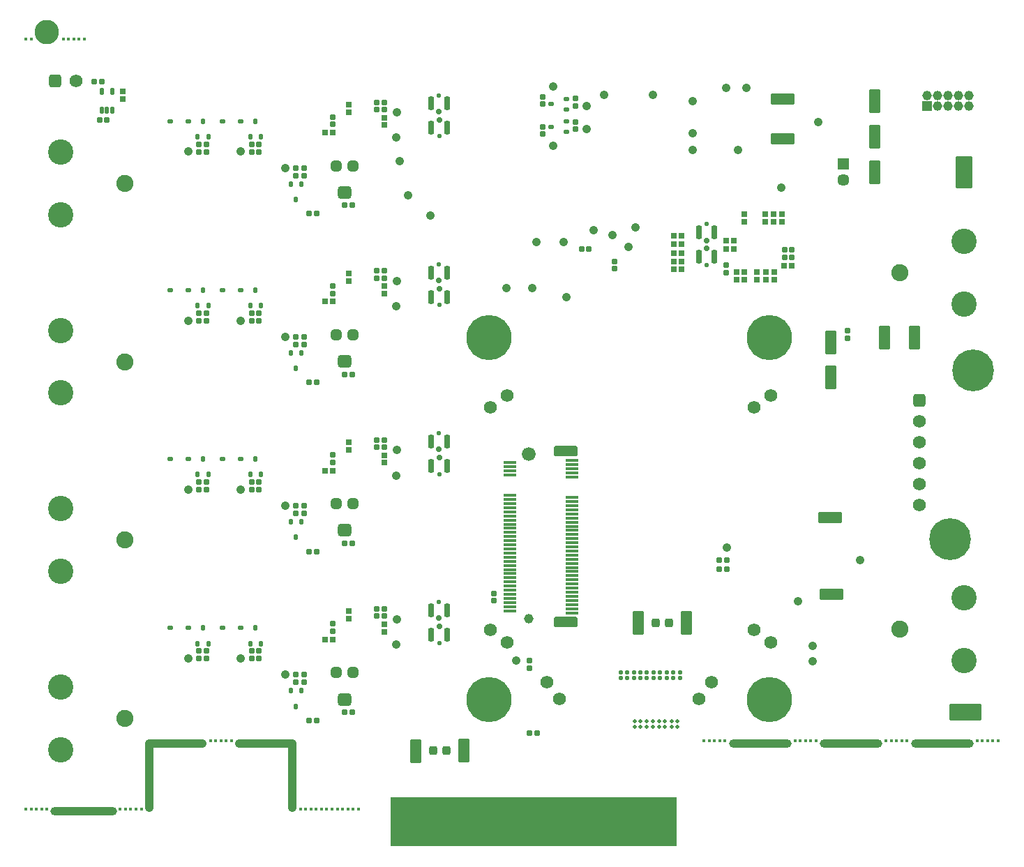
<source format=gbs>
G04*
G04 #@! TF.GenerationSoftware,Altium Limited,Altium Designer,23.0.1 (38)*
G04*
G04 Layer_Color=16711935*
%FSAX25Y25*%
%MOIN*%
G70*
G04*
G04 #@! TF.SameCoordinates,6E8D14A1-A76B-48EF-8A5D-7AFE63AE9358*
G04*
G04*
G04 #@! TF.FilePolarity,Negative*
G04*
G01*
G75*
%ADD73R,1.37008X0.23524*%
G04:AMPARAMS|DCode=77|XSize=26.62mil|YSize=26.62mil|CornerRadius=7.41mil|HoleSize=0mil|Usage=FLASHONLY|Rotation=180.000|XOffset=0mil|YOffset=0mil|HoleType=Round|Shape=RoundedRectangle|*
%AMROUNDEDRECTD77*
21,1,0.02662,0.01181,0,0,180.0*
21,1,0.01181,0.02662,0,0,180.0*
1,1,0.01481,-0.00591,0.00591*
1,1,0.01481,0.00591,0.00591*
1,1,0.01481,0.00591,-0.00591*
1,1,0.01481,-0.00591,-0.00591*
%
%ADD77ROUNDEDRECTD77*%
G04:AMPARAMS|DCode=78|XSize=26.62mil|YSize=26.62mil|CornerRadius=7.41mil|HoleSize=0mil|Usage=FLASHONLY|Rotation=270.000|XOffset=0mil|YOffset=0mil|HoleType=Round|Shape=RoundedRectangle|*
%AMROUNDEDRECTD78*
21,1,0.02662,0.01181,0,0,270.0*
21,1,0.01181,0.02662,0,0,270.0*
1,1,0.01481,-0.00591,-0.00591*
1,1,0.01481,-0.00591,0.00591*
1,1,0.01481,0.00591,0.00591*
1,1,0.01481,0.00591,-0.00591*
%
%ADD78ROUNDEDRECTD78*%
G04:AMPARAMS|DCode=79|XSize=28.2mil|YSize=28.2mil|CornerRadius=7.8mil|HoleSize=0mil|Usage=FLASHONLY|Rotation=270.000|XOffset=0mil|YOffset=0mil|HoleType=Round|Shape=RoundedRectangle|*
%AMROUNDEDRECTD79*
21,1,0.02820,0.01260,0,0,270.0*
21,1,0.01260,0.02820,0,0,270.0*
1,1,0.01560,-0.00630,-0.00630*
1,1,0.01560,-0.00630,0.00630*
1,1,0.01560,0.00630,0.00630*
1,1,0.01560,0.00630,-0.00630*
%
%ADD79ROUNDEDRECTD79*%
G04:AMPARAMS|DCode=84|XSize=42.37mil|YSize=38.43mil|CornerRadius=10.36mil|HoleSize=0mil|Usage=FLASHONLY|Rotation=90.000|XOffset=0mil|YOffset=0mil|HoleType=Round|Shape=RoundedRectangle|*
%AMROUNDEDRECTD84*
21,1,0.04237,0.01772,0,0,90.0*
21,1,0.02165,0.03843,0,0,90.0*
1,1,0.02072,0.00886,0.01083*
1,1,0.02072,0.00886,-0.01083*
1,1,0.02072,-0.00886,-0.01083*
1,1,0.02072,-0.00886,0.01083*
%
%ADD84ROUNDEDRECTD84*%
G04:AMPARAMS|DCode=86|XSize=28.2mil|YSize=28.2mil|CornerRadius=7.8mil|HoleSize=0mil|Usage=FLASHONLY|Rotation=180.000|XOffset=0mil|YOffset=0mil|HoleType=Round|Shape=RoundedRectangle|*
%AMROUNDEDRECTD86*
21,1,0.02820,0.01260,0,0,180.0*
21,1,0.01260,0.02820,0,0,180.0*
1,1,0.01560,-0.00630,0.00630*
1,1,0.01560,0.00630,0.00630*
1,1,0.01560,0.00630,-0.00630*
1,1,0.01560,-0.00630,-0.00630*
%
%ADD86ROUNDEDRECTD86*%
G04:AMPARAMS|DCode=120|XSize=16.78mil|YSize=18.75mil|CornerRadius=4.95mil|HoleSize=0mil|Usage=FLASHONLY|Rotation=0.000|XOffset=0mil|YOffset=0mil|HoleType=Round|Shape=RoundedRectangle|*
%AMROUNDEDRECTD120*
21,1,0.01678,0.00886,0,0,0.0*
21,1,0.00689,0.01875,0,0,0.0*
1,1,0.00989,0.00345,-0.00443*
1,1,0.00989,-0.00345,-0.00443*
1,1,0.00989,-0.00345,0.00443*
1,1,0.00989,0.00345,0.00443*
%
%ADD120ROUNDEDRECTD120*%
%ADD121R,0.03056X0.16835*%
%ADD122R,0.03056X0.12898*%
G04:AMPARAMS|DCode=127|XSize=19.54mil|YSize=21.11mil|CornerRadius=5.63mil|HoleSize=0mil|Usage=FLASHONLY|Rotation=0.000|XOffset=0mil|YOffset=0mil|HoleType=Round|Shape=RoundedRectangle|*
%AMROUNDEDRECTD127*
21,1,0.01954,0.00984,0,0,0.0*
21,1,0.00827,0.02111,0,0,0.0*
1,1,0.01127,0.00413,-0.00492*
1,1,0.01127,-0.00413,-0.00492*
1,1,0.01127,-0.00413,0.00492*
1,1,0.01127,0.00413,0.00492*
%
%ADD127ROUNDEDRECTD127*%
%ADD128C,0.01496*%
%ADD129O,0.29828X0.04237*%
%ADD130O,0.29434X0.04237*%
%ADD131O,0.04237X0.34749*%
%ADD132R,0.05686X0.05686*%
%ADD133C,0.05686*%
%ADD134C,0.04591*%
%ADD135R,0.04591X0.04591*%
%ADD136C,0.08174*%
G04:AMPARAMS|DCode=137|XSize=62.06mil|YSize=62.06mil|CornerRadius=16.26mil|HoleSize=0mil|Usage=FLASHONLY|Rotation=270.000|XOffset=0mil|YOffset=0mil|HoleType=Round|Shape=RoundedRectangle|*
%AMROUNDEDRECTD137*
21,1,0.06206,0.02953,0,0,270.0*
21,1,0.02953,0.06206,0,0,270.0*
1,1,0.03253,-0.01476,-0.01476*
1,1,0.03253,-0.01476,0.01476*
1,1,0.03253,0.01476,0.01476*
1,1,0.03253,0.01476,-0.01476*
%
%ADD137ROUNDEDRECTD137*%
%ADD138C,0.06206*%
%ADD139C,0.21560*%
%ADD140C,0.04600*%
%ADD141C,0.06600*%
%ADD142C,0.12111*%
G04:AMPARAMS|DCode=143|XSize=62.06mil|YSize=62.06mil|CornerRadius=16.26mil|HoleSize=0mil|Usage=FLASHONLY|Rotation=0.000|XOffset=0mil|YOffset=0mil|HoleType=Round|Shape=RoundedRectangle|*
%AMROUNDEDRECTD143*
21,1,0.06206,0.02953,0,0,0.0*
21,1,0.02953,0.06206,0,0,0.0*
1,1,0.03253,0.01476,-0.01476*
1,1,0.03253,-0.01476,-0.01476*
1,1,0.03253,-0.01476,0.01476*
1,1,0.03253,0.01476,0.01476*
%
%ADD143ROUNDEDRECTD143*%
%ADD144O,0.31796X0.04237*%
%ADD145C,0.19985*%
%ADD146C,0.11639*%
G04:AMPARAMS|DCode=200|XSize=12mil|YSize=61mil|CornerRadius=3mil|HoleSize=0mil|Usage=FLASHONLY|Rotation=90.000|XOffset=0mil|YOffset=0mil|HoleType=Round|Shape=RoundedRectangle|*
%AMROUNDEDRECTD200*
21,1,0.01200,0.05500,0,0,90.0*
21,1,0.00600,0.06100,0,0,90.0*
1,1,0.00600,0.02750,0.00300*
1,1,0.00600,0.02750,-0.00300*
1,1,0.00600,-0.02750,-0.00300*
1,1,0.00600,-0.02750,0.00300*
%
%ADD200ROUNDEDRECTD200*%
%ADD202C,0.04237*%
G04:AMPARAMS|DCode=203|XSize=21.5mil|YSize=26.62mil|CornerRadius=6.13mil|HoleSize=0mil|Usage=FLASHONLY|Rotation=270.000|XOffset=0mil|YOffset=0mil|HoleType=Round|Shape=RoundedRectangle|*
%AMROUNDEDRECTD203*
21,1,0.02150,0.01437,0,0,270.0*
21,1,0.00925,0.02662,0,0,270.0*
1,1,0.01225,-0.00719,-0.00463*
1,1,0.01225,-0.00719,0.00463*
1,1,0.01225,0.00719,0.00463*
1,1,0.01225,0.00719,-0.00463*
%
%ADD203ROUNDEDRECTD203*%
G04:AMPARAMS|DCode=204|XSize=28.59mil|YSize=22.69mil|CornerRadius=6.42mil|HoleSize=0mil|Usage=FLASHONLY|Rotation=0.000|XOffset=0mil|YOffset=0mil|HoleType=Round|Shape=RoundedRectangle|*
%AMROUNDEDRECTD204*
21,1,0.02859,0.00984,0,0,0.0*
21,1,0.01575,0.02269,0,0,0.0*
1,1,0.01284,0.00787,-0.00492*
1,1,0.01284,-0.00787,-0.00492*
1,1,0.01284,-0.00787,0.00492*
1,1,0.01284,0.00787,0.00492*
%
%ADD204ROUNDEDRECTD204*%
G04:AMPARAMS|DCode=205|XSize=21.5mil|YSize=26.62mil|CornerRadius=6.13mil|HoleSize=0mil|Usage=FLASHONLY|Rotation=180.000|XOffset=0mil|YOffset=0mil|HoleType=Round|Shape=RoundedRectangle|*
%AMROUNDEDRECTD205*
21,1,0.02150,0.01437,0,0,180.0*
21,1,0.00925,0.02662,0,0,180.0*
1,1,0.01225,-0.00463,0.00719*
1,1,0.01225,0.00463,0.00719*
1,1,0.01225,0.00463,-0.00719*
1,1,0.01225,-0.00463,-0.00719*
%
%ADD205ROUNDEDRECTD205*%
G04:AMPARAMS|DCode=206|XSize=50.24mil|YSize=50.24mil|CornerRadius=13.31mil|HoleSize=0mil|Usage=FLASHONLY|Rotation=0.000|XOffset=0mil|YOffset=0mil|HoleType=Round|Shape=RoundedRectangle|*
%AMROUNDEDRECTD206*
21,1,0.05024,0.02362,0,0,0.0*
21,1,0.02362,0.05024,0,0,0.0*
1,1,0.02662,0.01181,-0.01181*
1,1,0.02662,-0.01181,-0.01181*
1,1,0.02662,-0.01181,0.01181*
1,1,0.02662,0.01181,0.01181*
%
%ADD206ROUNDEDRECTD206*%
G04:AMPARAMS|DCode=207|XSize=65.99mil|YSize=62.06mil|CornerRadius=16.26mil|HoleSize=0mil|Usage=FLASHONLY|Rotation=0.000|XOffset=0mil|YOffset=0mil|HoleType=Round|Shape=RoundedRectangle|*
%AMROUNDEDRECTD207*
21,1,0.06599,0.02953,0,0,0.0*
21,1,0.03347,0.06206,0,0,0.0*
1,1,0.03253,0.01673,-0.01476*
1,1,0.03253,-0.01673,-0.01476*
1,1,0.03253,-0.01673,0.01476*
1,1,0.03253,0.01673,0.01476*
%
%ADD207ROUNDEDRECTD207*%
G04:AMPARAMS|DCode=208|XSize=22.69mil|YSize=22.69mil|CornerRadius=6.42mil|HoleSize=0mil|Usage=FLASHONLY|Rotation=180.000|XOffset=0mil|YOffset=0mil|HoleType=Round|Shape=RoundedRectangle|*
%AMROUNDEDRECTD208*
21,1,0.02269,0.00984,0,0,180.0*
21,1,0.00984,0.02269,0,0,180.0*
1,1,0.01284,-0.00492,0.00492*
1,1,0.01284,0.00492,0.00492*
1,1,0.01284,0.00492,-0.00492*
1,1,0.01284,-0.00492,-0.00492*
%
%ADD208ROUNDEDRECTD208*%
G04:AMPARAMS|DCode=209|XSize=26.62mil|YSize=24.65mil|CornerRadius=6.91mil|HoleSize=0mil|Usage=FLASHONLY|Rotation=180.000|XOffset=0mil|YOffset=0mil|HoleType=Round|Shape=RoundedRectangle|*
%AMROUNDEDRECTD209*
21,1,0.02662,0.01083,0,0,180.0*
21,1,0.01280,0.02465,0,0,180.0*
1,1,0.01383,-0.00640,0.00541*
1,1,0.01383,0.00640,0.00541*
1,1,0.01383,0.00640,-0.00541*
1,1,0.01383,-0.00640,-0.00541*
%
%ADD209ROUNDEDRECTD209*%
G04:AMPARAMS|DCode=210|XSize=25.84mil|YSize=65.21mil|CornerRadius=7.21mil|HoleSize=0mil|Usage=FLASHONLY|Rotation=180.000|XOffset=0mil|YOffset=0mil|HoleType=Round|Shape=RoundedRectangle|*
%AMROUNDEDRECTD210*
21,1,0.02584,0.05079,0,0,180.0*
21,1,0.01142,0.06521,0,0,180.0*
1,1,0.01442,-0.00571,0.02539*
1,1,0.01442,0.00571,0.02539*
1,1,0.01442,0.00571,-0.02539*
1,1,0.01442,-0.00571,-0.02539*
%
%ADD210ROUNDEDRECTD210*%
G04:AMPARAMS|DCode=211|XSize=111.27mil|YSize=50.24mil|CornerRadius=3.86mil|HoleSize=0mil|Usage=FLASHONLY|Rotation=90.000|XOffset=0mil|YOffset=0mil|HoleType=Round|Shape=RoundedRectangle|*
%AMROUNDEDRECTD211*
21,1,0.11127,0.04252,0,0,90.0*
21,1,0.10354,0.05024,0,0,90.0*
1,1,0.00772,0.02126,0.05177*
1,1,0.00772,0.02126,-0.05177*
1,1,0.00772,-0.02126,-0.05177*
1,1,0.00772,-0.02126,0.05177*
%
%ADD211ROUNDEDRECTD211*%
G04:AMPARAMS|DCode=212|XSize=111.27mil|YSize=50.24mil|CornerRadius=3.86mil|HoleSize=0mil|Usage=FLASHONLY|Rotation=180.000|XOffset=0mil|YOffset=0mil|HoleType=Round|Shape=RoundedRectangle|*
%AMROUNDEDRECTD212*
21,1,0.11127,0.04252,0,0,180.0*
21,1,0.10354,0.05024,0,0,180.0*
1,1,0.00772,-0.05177,0.02126*
1,1,0.00772,0.05177,0.02126*
1,1,0.00772,0.05177,-0.02126*
1,1,0.00772,-0.05177,-0.02126*
%
%ADD212ROUNDEDRECTD212*%
G04:AMPARAMS|DCode=213|XSize=152.61mil|YSize=82.92mil|CornerRadius=5.5mil|HoleSize=0mil|Usage=FLASHONLY|Rotation=90.000|XOffset=0mil|YOffset=0mil|HoleType=Round|Shape=RoundedRectangle|*
%AMROUNDEDRECTD213*
21,1,0.15261,0.07193,0,0,90.0*
21,1,0.14161,0.08292,0,0,90.0*
1,1,0.01099,0.03597,0.07081*
1,1,0.01099,0.03597,-0.07081*
1,1,0.01099,-0.03597,-0.07081*
1,1,0.01099,-0.03597,0.07081*
%
%ADD213ROUNDEDRECTD213*%
G04:AMPARAMS|DCode=214|XSize=18.75mil|YSize=36.47mil|CornerRadius=5.44mil|HoleSize=0mil|Usage=FLASHONLY|Rotation=0.000|XOffset=0mil|YOffset=0mil|HoleType=Round|Shape=RoundedRectangle|*
%AMROUNDEDRECTD214*
21,1,0.01875,0.02559,0,0,0.0*
21,1,0.00787,0.03647,0,0,0.0*
1,1,0.01087,0.00394,-0.01280*
1,1,0.01087,-0.00394,-0.01280*
1,1,0.01087,-0.00394,0.01280*
1,1,0.01087,0.00394,0.01280*
%
%ADD214ROUNDEDRECTD214*%
G04:AMPARAMS|DCode=215|XSize=152.61mil|YSize=82.92mil|CornerRadius=5.5mil|HoleSize=0mil|Usage=FLASHONLY|Rotation=0.000|XOffset=0mil|YOffset=0mil|HoleType=Round|Shape=RoundedRectangle|*
%AMROUNDEDRECTD215*
21,1,0.15261,0.07193,0,0,0.0*
21,1,0.14161,0.08292,0,0,0.0*
1,1,0.01099,0.07081,-0.03597*
1,1,0.01099,-0.07081,-0.03597*
1,1,0.01099,-0.07081,0.03597*
1,1,0.01099,0.07081,0.03597*
%
%ADD215ROUNDEDRECTD215*%
G04:AMPARAMS|DCode=216|XSize=50mil|YSize=111mil|CornerRadius=6.2mil|HoleSize=0mil|Usage=FLASHONLY|Rotation=90.000|XOffset=0mil|YOffset=0mil|HoleType=Round|Shape=RoundedRectangle|*
%AMROUNDEDRECTD216*
21,1,0.05000,0.09860,0,0,90.0*
21,1,0.03760,0.11100,0,0,90.0*
1,1,0.01240,0.04930,0.01880*
1,1,0.01240,0.04930,-0.01880*
1,1,0.01240,-0.04930,-0.01880*
1,1,0.01240,-0.04930,0.01880*
%
%ADD216ROUNDEDRECTD216*%
D73*
X0244685Y0018652D02*
D03*
D77*
X0248917Y0365158D02*
D03*
Y0361614D02*
D03*
X0264567Y0364370D02*
D03*
Y0360827D02*
D03*
X0248917Y0347244D02*
D03*
Y0350787D02*
D03*
X0264567Y0353150D02*
D03*
Y0349606D02*
D03*
X0088189Y0096653D02*
D03*
Y0100197D02*
D03*
X0113287Y0096653D02*
D03*
Y0100197D02*
D03*
X0084646Y0096653D02*
D03*
Y0100197D02*
D03*
X0109744Y0096653D02*
D03*
Y0100197D02*
D03*
X0148622Y0109744D02*
D03*
Y0113287D02*
D03*
X0131004Y0088878D02*
D03*
Y0085335D02*
D03*
X0134744Y0088878D02*
D03*
Y0085335D02*
D03*
X0088189Y0177362D02*
D03*
Y0180905D02*
D03*
X0113287Y0177362D02*
D03*
Y0180905D02*
D03*
X0084646Y0177362D02*
D03*
Y0180905D02*
D03*
X0109744Y0177362D02*
D03*
Y0180905D02*
D03*
X0148622Y0190453D02*
D03*
Y0193996D02*
D03*
X0131004Y0169587D02*
D03*
Y0166043D02*
D03*
X0134744Y0169587D02*
D03*
Y0166043D02*
D03*
X0088189Y0258071D02*
D03*
Y0261614D02*
D03*
X0113287Y0258071D02*
D03*
Y0261614D02*
D03*
X0084646Y0258071D02*
D03*
Y0261614D02*
D03*
X0109744Y0258071D02*
D03*
Y0261614D02*
D03*
X0148622Y0271162D02*
D03*
Y0274705D02*
D03*
X0131004Y0250295D02*
D03*
Y0246752D02*
D03*
X0134744Y0250295D02*
D03*
Y0246752D02*
D03*
X0109744Y0342323D02*
D03*
Y0338779D02*
D03*
X0113287D02*
D03*
Y0342323D02*
D03*
X0134744Y0331004D02*
D03*
Y0327461D02*
D03*
X0148622Y0355413D02*
D03*
Y0351870D02*
D03*
X0084646Y0342323D02*
D03*
Y0338779D02*
D03*
X0088189D02*
D03*
Y0342323D02*
D03*
X0131004Y0331004D02*
D03*
Y0327461D02*
D03*
X0394488Y0249803D02*
D03*
Y0253346D02*
D03*
X0336614Y0281004D02*
D03*
Y0284547D02*
D03*
X0169587Y0362500D02*
D03*
Y0281890D02*
D03*
X0169587Y0201181D02*
D03*
Y0120472D02*
D03*
X0173327Y0116929D02*
D03*
Y0120472D02*
D03*
Y0197638D02*
D03*
Y0201181D02*
D03*
X0173327Y0358957D02*
D03*
Y0362500D02*
D03*
Y0278346D02*
D03*
Y0281890D02*
D03*
X0169587Y0116929D02*
D03*
Y0197638D02*
D03*
X0169587Y0278346D02*
D03*
Y0358957D02*
D03*
X0225590Y0124213D02*
D03*
Y0127756D02*
D03*
X0242618Y0092027D02*
D03*
Y0095571D02*
D03*
X0283169Y0282874D02*
D03*
Y0286417D02*
D03*
D78*
X0154232Y0071063D02*
D03*
X0157776D02*
D03*
X0140847Y0067126D02*
D03*
X0137303D02*
D03*
X0154232Y0151772D02*
D03*
X0157776D02*
D03*
X0140847Y0147835D02*
D03*
X0137303D02*
D03*
X0154232Y0232480D02*
D03*
X0157776D02*
D03*
X0140847Y0228543D02*
D03*
X0137303D02*
D03*
X0154232Y0313189D02*
D03*
X0157776D02*
D03*
X0137303Y0309252D02*
D03*
X0140847D02*
D03*
X0364469Y0288287D02*
D03*
X0368012D02*
D03*
Y0292126D02*
D03*
X0364469D02*
D03*
X0034547Y0372441D02*
D03*
X0038091D02*
D03*
X0037106Y0353937D02*
D03*
X0040650D02*
D03*
X0333268Y0139370D02*
D03*
X0336811D02*
D03*
X0333268Y0143701D02*
D03*
X0336811D02*
D03*
X0246161Y0061024D02*
D03*
X0242618D02*
D03*
X0267421Y0292323D02*
D03*
X0270965D02*
D03*
D79*
X0145039Y0105807D02*
D03*
X0148661D02*
D03*
X0145039Y0186516D02*
D03*
X0148661D02*
D03*
X0145039Y0267224D02*
D03*
X0148661D02*
D03*
Y0347933D02*
D03*
X0145039D02*
D03*
X0364331Y0284449D02*
D03*
X0367953D02*
D03*
X0340295Y0296260D02*
D03*
X0336673D02*
D03*
Y0292323D02*
D03*
X0340295D02*
D03*
X0315098Y0298721D02*
D03*
X0311476D02*
D03*
X0315098Y0294587D02*
D03*
X0311476D02*
D03*
X0315098Y0286516D02*
D03*
X0311476D02*
D03*
X0315098Y0290453D02*
D03*
X0311476D02*
D03*
X0315098Y0282579D02*
D03*
X0311476D02*
D03*
D84*
X0302953Y0113779D02*
D03*
X0309252D02*
D03*
X0202854Y0052559D02*
D03*
X0196555D02*
D03*
D86*
X0355217Y0309095D02*
D03*
Y0305472D02*
D03*
X0156398Y0119232D02*
D03*
Y0115610D02*
D03*
Y0199941D02*
D03*
Y0196319D02*
D03*
Y0280650D02*
D03*
Y0277028D02*
D03*
Y0357736D02*
D03*
Y0361358D02*
D03*
X0363090Y0305472D02*
D03*
Y0309095D02*
D03*
X0359154Y0305472D02*
D03*
Y0309095D02*
D03*
X0345374Y0305374D02*
D03*
Y0308996D02*
D03*
X0359547Y0281240D02*
D03*
Y0277618D02*
D03*
X0355610Y0281240D02*
D03*
Y0277618D02*
D03*
X0351279D02*
D03*
Y0281240D02*
D03*
X0345374D02*
D03*
Y0277618D02*
D03*
X0341437Y0281240D02*
D03*
Y0277618D02*
D03*
X0048327Y0367756D02*
D03*
Y0364134D02*
D03*
X0173327Y0274547D02*
D03*
Y0270925D02*
D03*
Y0193839D02*
D03*
Y0190217D02*
D03*
Y0113130D02*
D03*
Y0109508D02*
D03*
Y0355157D02*
D03*
Y0351535D02*
D03*
D120*
X0292815Y0066732D02*
D03*
Y0064173D02*
D03*
X0295571Y0066732D02*
D03*
Y0064173D02*
D03*
X0298721Y0066732D02*
D03*
Y0064173D02*
D03*
X0301476Y0066732D02*
D03*
Y0064173D02*
D03*
X0304626Y0066732D02*
D03*
Y0064173D02*
D03*
X0307382Y0066732D02*
D03*
Y0064173D02*
D03*
X0310531Y0066732D02*
D03*
Y0064173D02*
D03*
X0313287Y0066732D02*
D03*
Y0064173D02*
D03*
D121*
X0254528Y0021654D02*
D03*
X0238779D02*
D03*
X0195472D02*
D03*
X0187598D02*
D03*
X0215158D02*
D03*
X0203346D02*
D03*
X0199409D02*
D03*
X0242717D02*
D03*
X0230906D02*
D03*
X0207283D02*
D03*
X0219094D02*
D03*
X0191535D02*
D03*
X0183661D02*
D03*
X0234842D02*
D03*
X0246654D02*
D03*
X0211221D02*
D03*
X0250590D02*
D03*
X0282087D02*
D03*
X0262402D02*
D03*
X0301772D02*
D03*
X0274213D02*
D03*
X0266339D02*
D03*
X0293898D02*
D03*
X0305709D02*
D03*
X0289961D02*
D03*
X0286024D02*
D03*
X0297835D02*
D03*
X0309646D02*
D03*
X0258465D02*
D03*
X0270276D02*
D03*
X0278150D02*
D03*
D122*
X0179724Y0023622D02*
D03*
D127*
X0286122Y0090118D02*
D03*
Y0087441D02*
D03*
X0292421Y0090118D02*
D03*
Y0087441D02*
D03*
X0295571Y0090118D02*
D03*
Y0087441D02*
D03*
X0298721Y0090118D02*
D03*
Y0087441D02*
D03*
X0301870Y0090118D02*
D03*
Y0087441D02*
D03*
X0305020Y0090118D02*
D03*
Y0087441D02*
D03*
X0308169Y0090118D02*
D03*
Y0087441D02*
D03*
X0314469Y0090118D02*
D03*
Y0087441D02*
D03*
X0289272Y0090118D02*
D03*
Y0087441D02*
D03*
X0311319Y0090118D02*
D03*
Y0087441D02*
D03*
D128*
X0029862Y0392520D02*
D03*
X0412972Y0057284D02*
D03*
X0415492D02*
D03*
X0418012D02*
D03*
X0420532D02*
D03*
X0423051D02*
D03*
X0369468D02*
D03*
X0371988D02*
D03*
X0374508D02*
D03*
X0377028D02*
D03*
X0379547D02*
D03*
X0100216D02*
D03*
X0097697D02*
D03*
X0095177D02*
D03*
X0090138D02*
D03*
X0092658D02*
D03*
X0466535D02*
D03*
X0464016D02*
D03*
X0461496D02*
D03*
X0458976D02*
D03*
X0456457D02*
D03*
X0325965D02*
D03*
X0328484D02*
D03*
X0331004D02*
D03*
X0333524D02*
D03*
X0336043D02*
D03*
X0133110Y0024803D02*
D03*
X0135630D02*
D03*
X0138150D02*
D03*
X0140669D02*
D03*
X0143189D02*
D03*
X0145709D02*
D03*
X0148228D02*
D03*
X0160827D02*
D03*
X0158307D02*
D03*
X0155787D02*
D03*
X0153268D02*
D03*
X0150748D02*
D03*
X0047008D02*
D03*
X0049528D02*
D03*
X0052047D02*
D03*
X0054567D02*
D03*
X0057087D02*
D03*
X0012047D02*
D03*
X0009528D02*
D03*
X0007008D02*
D03*
X0004488D02*
D03*
X0001969D02*
D03*
X0019783Y0392520D02*
D03*
X0022303D02*
D03*
X0024823D02*
D03*
X0027343D02*
D03*
X0004488D02*
D03*
X0001969D02*
D03*
D129*
X0352756Y0056102D02*
D03*
X0396260D02*
D03*
X0439764D02*
D03*
D130*
X0116732D02*
D03*
X0073622D02*
D03*
D131*
X0061024Y0040846D02*
D03*
X0129331D02*
D03*
D132*
X0392520Y0333071D02*
D03*
D133*
Y0325197D02*
D03*
D134*
X0452638Y0365748D02*
D03*
Y0360748D02*
D03*
X0447638Y0365748D02*
D03*
Y0360748D02*
D03*
X0442638Y0365748D02*
D03*
Y0360748D02*
D03*
X0437638Y0365748D02*
D03*
Y0360748D02*
D03*
X0432638Y0365748D02*
D03*
D135*
Y0360748D02*
D03*
D136*
X0419685Y0281102D02*
D03*
Y0110630D02*
D03*
X0049114Y0323720D02*
D03*
Y0238484D02*
D03*
Y0153248D02*
D03*
Y0068012D02*
D03*
D137*
X0428740Y0219882D02*
D03*
D138*
Y0209882D02*
D03*
Y0199882D02*
D03*
Y0189882D02*
D03*
Y0179882D02*
D03*
Y0169882D02*
D03*
X0323693Y0077447D02*
D03*
X0256764D02*
D03*
X0329500Y0085321D02*
D03*
X0250957D02*
D03*
X0231760Y0222424D02*
D03*
Y0104510D02*
D03*
X0223886Y0216617D02*
D03*
Y0110318D02*
D03*
X0357744Y0222424D02*
D03*
Y0104510D02*
D03*
X0349870Y0216617D02*
D03*
Y0110318D02*
D03*
X0026063Y0372638D02*
D03*
D139*
X0223296Y0250081D02*
D03*
X0357155D02*
D03*
X0357155Y0076853D02*
D03*
X0223296Y0076853D02*
D03*
D140*
X0242126Y0115551D02*
D03*
D141*
Y0194291D02*
D03*
D142*
X0450394Y0266142D02*
D03*
Y0296063D02*
D03*
Y0095669D02*
D03*
Y0125591D02*
D03*
X0018406Y0338681D02*
D03*
Y0308760D02*
D03*
Y0253445D02*
D03*
Y0223524D02*
D03*
Y0168209D02*
D03*
Y0138287D02*
D03*
Y0082972D02*
D03*
Y0053051D02*
D03*
D143*
X0016063Y0372638D02*
D03*
D144*
X0029528Y0023622D02*
D03*
D145*
X0454724Y0234252D02*
D03*
X0443701Y0153543D02*
D03*
D146*
X0012008Y0395866D02*
D03*
D200*
X0262894Y0118504D02*
D03*
X0233169Y0119488D02*
D03*
X0262894Y0120473D02*
D03*
X0233169Y0121457D02*
D03*
X0262894Y0122441D02*
D03*
X0233169Y0123425D02*
D03*
X0262894Y0124409D02*
D03*
X0233169Y0125394D02*
D03*
X0262894Y0126378D02*
D03*
X0233169Y0127362D02*
D03*
X0262894Y0128347D02*
D03*
X0233169Y0129331D02*
D03*
X0262894Y0130315D02*
D03*
X0233169Y0131299D02*
D03*
X0262894Y0132283D02*
D03*
X0233169Y0133268D02*
D03*
X0262894Y0134252D02*
D03*
X0233169Y0135236D02*
D03*
X0262894Y0136221D02*
D03*
X0233169Y0137205D02*
D03*
X0262894Y0138189D02*
D03*
X0233169Y0139173D02*
D03*
X0262894Y0140157D02*
D03*
X0233169Y0141142D02*
D03*
X0262894Y0142126D02*
D03*
X0233169Y0143110D02*
D03*
X0262894Y0144095D02*
D03*
X0233169Y0145079D02*
D03*
X0262894Y0146063D02*
D03*
X0233169Y0147047D02*
D03*
X0262894Y0148031D02*
D03*
X0233169Y0149016D02*
D03*
X0262894Y0150000D02*
D03*
X0233169Y0150984D02*
D03*
X0262894Y0151969D02*
D03*
X0233169Y0152953D02*
D03*
X0262894Y0153937D02*
D03*
X0233169Y0154921D02*
D03*
X0262894Y0155905D02*
D03*
X0233169Y0156890D02*
D03*
X0262894Y0157874D02*
D03*
X0233169Y0158858D02*
D03*
X0262894Y0159843D02*
D03*
X0233169Y0160827D02*
D03*
X0262894Y0161811D02*
D03*
X0233169Y0162795D02*
D03*
X0262894Y0163779D02*
D03*
X0233169Y0164764D02*
D03*
X0262894Y0165748D02*
D03*
X0233169Y0166732D02*
D03*
X0262894Y0167717D02*
D03*
X0233169Y0168701D02*
D03*
X0262894Y0169685D02*
D03*
X0233169Y0170669D02*
D03*
X0262894Y0171653D02*
D03*
X0233169Y0172638D02*
D03*
X0262894Y0173622D02*
D03*
X0233169Y0174606D02*
D03*
X0262894Y0183465D02*
D03*
X0233169Y0184449D02*
D03*
X0262894Y0185433D02*
D03*
X0233169Y0186417D02*
D03*
X0262894Y0187402D02*
D03*
X0233169Y0188386D02*
D03*
X0262894Y0189370D02*
D03*
X0233169Y0190354D02*
D03*
X0262894Y0191339D02*
D03*
D202*
X0269980Y0349606D02*
D03*
X0278150Y0365945D02*
D03*
X0336427Y0369390D02*
D03*
X0346083Y0369390D02*
D03*
X0342323Y0339764D02*
D03*
X0079429Y0096752D02*
D03*
X0104527D02*
D03*
X0125886Y0088878D02*
D03*
X0179134Y0196260D02*
D03*
X0079429Y0177461D02*
D03*
X0104527D02*
D03*
X0125886Y0169587D02*
D03*
X0079429Y0258169D02*
D03*
X0104527D02*
D03*
X0125886Y0250295D02*
D03*
X0079429Y0338878D02*
D03*
X0104527D02*
D03*
X0125886Y0331004D02*
D03*
X0184646Y0318110D02*
D03*
X0195276Y0308268D02*
D03*
X0180709Y0334252D02*
D03*
X0362894Y0321850D02*
D03*
X0370965Y0124114D02*
D03*
X0400689Y0143799D02*
D03*
X0380512Y0353051D02*
D03*
X0269980Y0360827D02*
D03*
X0254035Y0370177D02*
D03*
Y0341732D02*
D03*
X0301476Y0365945D02*
D03*
X0320571Y0339764D02*
D03*
Y0347835D02*
D03*
X0320472Y0362894D02*
D03*
X0293307Y0302559D02*
D03*
X0179134Y0357579D02*
D03*
X0273228Y0301476D02*
D03*
X0289862Y0293504D02*
D03*
X0282382Y0299114D02*
D03*
X0179134Y0276870D02*
D03*
X0179035Y0264862D02*
D03*
Y0184153D02*
D03*
X0179134Y0115453D02*
D03*
X0179035Y0103445D02*
D03*
Y0345571D02*
D03*
X0377953Y0095276D02*
D03*
X0336811Y0149606D02*
D03*
X0377953Y0102756D02*
D03*
X0236122Y0095571D02*
D03*
X0245965Y0295768D02*
D03*
X0260138Y0269390D02*
D03*
X0258957Y0295768D02*
D03*
X0231594Y0273524D02*
D03*
X0243996Y0273524D02*
D03*
D203*
X0252854Y0361614D02*
D03*
X0260335Y0364173D02*
D03*
Y0359055D02*
D03*
X0252854Y0350787D02*
D03*
X0260335Y0353346D02*
D03*
Y0348228D02*
D03*
D204*
X0079626Y0111319D02*
D03*
X0070964D02*
D03*
X0104724D02*
D03*
X0096063D02*
D03*
X0079626Y0192027D02*
D03*
X0070964D02*
D03*
X0104724D02*
D03*
X0096063D02*
D03*
X0079626Y0272736D02*
D03*
X0070964D02*
D03*
X0104724D02*
D03*
X0096063D02*
D03*
Y0353445D02*
D03*
X0104724D02*
D03*
X0070964D02*
D03*
X0079626D02*
D03*
D205*
X0086614Y0111319D02*
D03*
X0089173Y0103839D02*
D03*
X0084055D02*
D03*
X0111713Y0111319D02*
D03*
X0114272Y0103839D02*
D03*
X0109153D02*
D03*
X0131004Y0073819D02*
D03*
X0128445Y0081299D02*
D03*
X0133563D02*
D03*
X0086614Y0192028D02*
D03*
X0089173Y0184547D02*
D03*
X0084055D02*
D03*
X0111713Y0192028D02*
D03*
X0114272Y0184547D02*
D03*
X0109153D02*
D03*
X0131004Y0154527D02*
D03*
X0128445Y0162008D02*
D03*
X0133563D02*
D03*
X0086614Y0272736D02*
D03*
X0089173Y0265256D02*
D03*
X0084055D02*
D03*
X0111713Y0272736D02*
D03*
X0114272Y0265256D02*
D03*
X0109153D02*
D03*
X0131004Y0235236D02*
D03*
X0128445Y0242717D02*
D03*
X0133563D02*
D03*
X0109153Y0345965D02*
D03*
X0111713Y0353445D02*
D03*
X0114272Y0345965D02*
D03*
X0084055D02*
D03*
X0086614Y0353445D02*
D03*
X0089173Y0345965D02*
D03*
X0131004Y0315945D02*
D03*
X0128445Y0323425D02*
D03*
X0133563D02*
D03*
D206*
X0150295Y0089961D02*
D03*
X0158169D02*
D03*
X0150295Y0170669D02*
D03*
X0158169D02*
D03*
X0150295Y0251378D02*
D03*
X0158169D02*
D03*
X0150295Y0332087D02*
D03*
X0158169D02*
D03*
D207*
X0154232Y0077165D02*
D03*
Y0157874D02*
D03*
Y0238583D02*
D03*
Y0319291D02*
D03*
D208*
X0199333Y0365812D02*
D03*
Y0285104D02*
D03*
Y0204395D02*
D03*
Y0123686D02*
D03*
X0199409Y0346260D02*
D03*
Y0265551D02*
D03*
Y0184843D02*
D03*
Y0104134D02*
D03*
X0327264Y0304232D02*
D03*
Y0284744D02*
D03*
D209*
X0199333Y0358036D02*
D03*
Y0277328D02*
D03*
Y0196619D02*
D03*
Y0115910D02*
D03*
X0199409Y0354035D02*
D03*
Y0273327D02*
D03*
Y0192618D02*
D03*
Y0111909D02*
D03*
X0327264Y0296457D02*
D03*
Y0292520D02*
D03*
D210*
X0195553Y0361875D02*
D03*
X0203113D02*
D03*
X0195553Y0281167D02*
D03*
X0203113D02*
D03*
X0195553Y0200458D02*
D03*
X0203113D02*
D03*
X0195553Y0119749D02*
D03*
X0203113D02*
D03*
X0203189Y0350197D02*
D03*
X0195630D02*
D03*
X0203189Y0269488D02*
D03*
X0195630D02*
D03*
X0203189Y0188779D02*
D03*
X0195630D02*
D03*
X0203189Y0108071D02*
D03*
X0195630D02*
D03*
X0323484Y0300295D02*
D03*
X0331043D02*
D03*
Y0288681D02*
D03*
X0323484D02*
D03*
D211*
X0412303Y0250000D02*
D03*
X0386614Y0247835D02*
D03*
Y0231102D02*
D03*
X0426575Y0250000D02*
D03*
X0407480Y0329134D02*
D03*
Y0345965D02*
D03*
Y0362894D02*
D03*
X0317717Y0113779D02*
D03*
X0294587D02*
D03*
X0188287Y0052461D02*
D03*
X0211319Y0052559D02*
D03*
D212*
X0386811Y0127264D02*
D03*
X0386319Y0163878D02*
D03*
X0363681Y0363878D02*
D03*
Y0344882D02*
D03*
D213*
X0450394Y0329134D02*
D03*
D214*
X0043209Y0358760D02*
D03*
X0040650D02*
D03*
X0038091D02*
D03*
Y0367618D02*
D03*
X0043209D02*
D03*
D215*
X0450787Y0070866D02*
D03*
D216*
X0259842Y0114173D02*
D03*
Y0195669D02*
D03*
M02*

</source>
